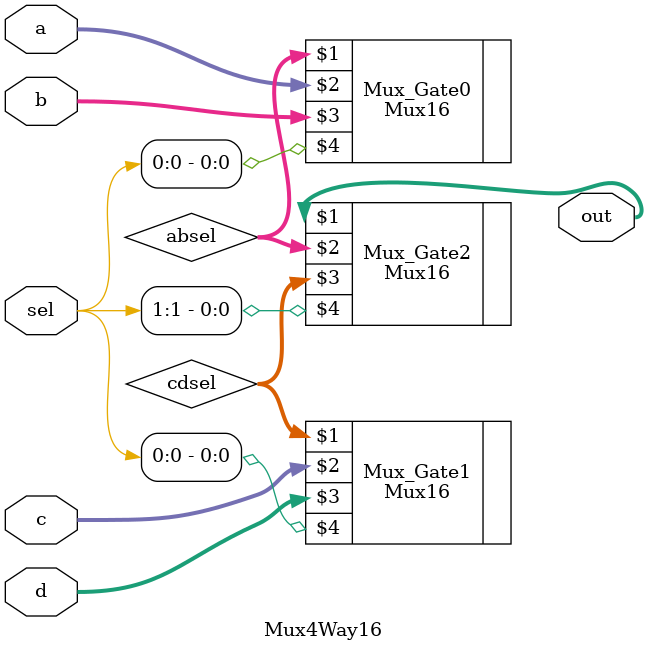
<source format=v>
`include "Mux16.v"

module Mux4Way16(out, a, b, c, d, sel);

output [15:0] out;
input [15:0] a, b, c, d;
input [1:0] sel;

wire [15:0] absel, cdsel;

Mux16 Mux_Gate0(absel, a, b, sel[0]);
Mux16 Mux_Gate1(cdsel, c, d, sel[0]);
Mux16 Mux_Gate2(out, absel, cdsel, sel[1]);

endmodule
</source>
